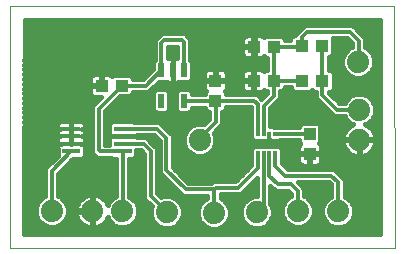
<source format=gtl>
G75*
%MOIN*%
%OFA0B0*%
%FSLAX25Y25*%
%IPPOS*%
%LPD*%
%AMOC8*
5,1,8,0,0,1.08239X$1,22.5*
%
%ADD10C,0.00000*%
%ADD11C,0.07400*%
%ADD12R,0.04331X0.03937*%
%ADD13R,0.03937X0.04331*%
%ADD14R,0.01204X0.01608*%
%ADD15R,0.01204X0.01601*%
%ADD16R,0.05900X0.01700*%
%ADD17R,0.02165X0.04724*%
%ADD18C,0.01600*%
%ADD19C,0.01181*%
D10*
X0048296Y0021406D02*
X0048493Y0102115D01*
X0176446Y0102115D01*
X0176643Y0021406D01*
X0048296Y0021406D01*
D11*
X0062312Y0033769D03*
X0075894Y0033690D03*
X0085894Y0033690D03*
X0100737Y0033375D03*
X0116367Y0033178D03*
X0130658Y0033375D03*
X0144359Y0033769D03*
X0157824Y0033650D03*
X0164792Y0057469D03*
X0164792Y0067469D03*
X0164517Y0083454D03*
X0111603Y0057469D03*
D12*
X0129595Y0077154D03*
X0136288Y0077154D03*
X0145855Y0077076D03*
X0152548Y0077076D03*
X0152312Y0088729D03*
X0145619Y0088729D03*
X0136446Y0088454D03*
X0129753Y0088454D03*
X0085698Y0075501D03*
X0079005Y0075501D03*
D13*
X0116879Y0077076D03*
X0116879Y0070383D03*
X0148335Y0059438D03*
X0148335Y0052745D03*
D14*
X0136879Y0052981D03*
X0132942Y0052981D03*
X0130973Y0052981D03*
X0130973Y0059477D03*
X0132942Y0059477D03*
X0134910Y0059477D03*
X0136879Y0059477D03*
D15*
X0134910Y0052981D03*
D16*
X0086030Y0053591D03*
X0086030Y0056091D03*
X0086030Y0058691D03*
X0086030Y0061191D03*
X0068830Y0061191D03*
X0068830Y0058691D03*
X0068830Y0056091D03*
X0068830Y0053591D03*
D17*
X0098847Y0070461D03*
X0106328Y0070461D03*
X0106328Y0080698D03*
X0102587Y0080698D03*
X0098847Y0080698D03*
D18*
X0096165Y0081113D02*
X0092743Y0077691D01*
X0089463Y0077691D01*
X0089463Y0078132D01*
X0088526Y0079069D01*
X0082870Y0079069D01*
X0082493Y0078692D01*
X0082275Y0078910D01*
X0081865Y0079147D01*
X0081407Y0079269D01*
X0079189Y0079269D01*
X0079189Y0075685D01*
X0078820Y0075685D01*
X0078820Y0075317D01*
X0075039Y0075317D01*
X0075039Y0073295D01*
X0075162Y0072838D01*
X0075399Y0072427D01*
X0075734Y0072092D01*
X0076145Y0071855D01*
X0076602Y0071732D01*
X0078792Y0071732D01*
X0077113Y0070054D01*
X0075830Y0068770D01*
X0075830Y0053176D01*
X0076224Y0052782D01*
X0077507Y0051499D01*
X0082059Y0051499D01*
X0082417Y0051141D01*
X0083839Y0051141D01*
X0083839Y0038575D01*
X0082892Y0038183D01*
X0081401Y0036692D01*
X0081009Y0035746D01*
X0080992Y0035801D01*
X0080598Y0036572D01*
X0080090Y0037273D01*
X0079477Y0037885D01*
X0078777Y0038394D01*
X0078006Y0038787D01*
X0077182Y0039054D01*
X0076327Y0039190D01*
X0076094Y0039190D01*
X0076094Y0033890D01*
X0075694Y0033890D01*
X0075694Y0033490D01*
X0070394Y0033490D01*
X0070394Y0033257D01*
X0070530Y0032402D01*
X0070797Y0031578D01*
X0071190Y0030807D01*
X0071699Y0030107D01*
X0072311Y0029495D01*
X0073012Y0028986D01*
X0073783Y0028593D01*
X0074607Y0028325D01*
X0075462Y0028190D01*
X0075694Y0028190D01*
X0075694Y0033490D01*
X0076094Y0033490D01*
X0076094Y0028190D01*
X0076327Y0028190D01*
X0077182Y0028325D01*
X0078006Y0028593D01*
X0078777Y0028986D01*
X0079477Y0029495D01*
X0080090Y0030107D01*
X0080598Y0030807D01*
X0080992Y0031578D01*
X0081009Y0031634D01*
X0081401Y0030688D01*
X0082892Y0029197D01*
X0084840Y0028390D01*
X0086949Y0028390D01*
X0088897Y0029197D01*
X0090388Y0030688D01*
X0091194Y0032636D01*
X0091194Y0034744D01*
X0090388Y0036692D01*
X0088897Y0038183D01*
X0088220Y0038463D01*
X0088220Y0051141D01*
X0089643Y0051141D01*
X0090580Y0052078D01*
X0090580Y0053900D01*
X0092035Y0053900D01*
X0093153Y0052782D01*
X0093153Y0037861D01*
X0095773Y0035241D01*
X0095437Y0034429D01*
X0095437Y0032321D01*
X0096244Y0030373D01*
X0097735Y0028882D01*
X0099683Y0028075D01*
X0101791Y0028075D01*
X0103739Y0028882D01*
X0105230Y0030373D01*
X0106037Y0032321D01*
X0106037Y0034429D01*
X0105230Y0036377D01*
X0103739Y0037868D01*
X0101791Y0038675D01*
X0099683Y0038675D01*
X0098871Y0038339D01*
X0097534Y0039676D01*
X0097534Y0054597D01*
X0096251Y0055880D01*
X0093850Y0058281D01*
X0090780Y0058281D01*
X0090780Y0058690D01*
X0086030Y0058690D01*
X0086030Y0058691D01*
X0090780Y0058691D01*
X0090780Y0059000D01*
X0096384Y0059000D01*
X0098271Y0057113D01*
X0098271Y0046483D01*
X0104767Y0039987D01*
X0106050Y0038704D01*
X0114216Y0038704D01*
X0114216Y0038024D01*
X0113365Y0037671D01*
X0111874Y0036180D01*
X0111067Y0034232D01*
X0111067Y0032124D01*
X0111874Y0030176D01*
X0113365Y0028685D01*
X0115313Y0027878D01*
X0117421Y0027878D01*
X0119369Y0028685D01*
X0120860Y0030176D01*
X0121667Y0032124D01*
X0121667Y0034232D01*
X0120860Y0036180D01*
X0119369Y0037671D01*
X0118597Y0037991D01*
X0118597Y0039294D01*
X0125385Y0039294D01*
X0126668Y0040578D01*
X0130751Y0044661D01*
X0130751Y0038675D01*
X0129604Y0038675D01*
X0127656Y0037868D01*
X0126165Y0036377D01*
X0125358Y0034429D01*
X0125358Y0032321D01*
X0126165Y0030373D01*
X0127656Y0028882D01*
X0129604Y0028075D01*
X0131713Y0028075D01*
X0133660Y0028882D01*
X0135151Y0030373D01*
X0135958Y0032321D01*
X0135958Y0034429D01*
X0135151Y0036377D01*
X0135132Y0036396D01*
X0135132Y0042102D01*
X0135476Y0041759D01*
X0136759Y0040476D01*
X0141089Y0040476D01*
X0142169Y0039397D01*
X0142169Y0038598D01*
X0141357Y0038262D01*
X0139866Y0036771D01*
X0139059Y0034823D01*
X0139059Y0032714D01*
X0139866Y0030766D01*
X0141357Y0029275D01*
X0143305Y0028469D01*
X0145413Y0028469D01*
X0147361Y0029275D01*
X0148852Y0030766D01*
X0149659Y0032714D01*
X0149659Y0034823D01*
X0148852Y0036771D01*
X0147361Y0038262D01*
X0146550Y0038598D01*
X0146550Y0041211D01*
X0145266Y0042494D01*
X0144529Y0043231D01*
X0154672Y0043231D01*
X0155554Y0042349D01*
X0155554Y0038447D01*
X0154821Y0038144D01*
X0153330Y0036653D01*
X0152524Y0034705D01*
X0152524Y0032596D01*
X0153330Y0030648D01*
X0154821Y0029157D01*
X0156769Y0028350D01*
X0158878Y0028350D01*
X0160826Y0029157D01*
X0162317Y0030648D01*
X0163124Y0032596D01*
X0163124Y0034705D01*
X0162317Y0036653D01*
X0160826Y0038144D01*
X0159935Y0038512D01*
X0159935Y0044164D01*
X0158652Y0045447D01*
X0156487Y0047613D01*
X0141133Y0047613D01*
X0139069Y0049676D01*
X0139069Y0051503D01*
X0139081Y0051514D01*
X0139081Y0054448D01*
X0138144Y0055385D01*
X0135614Y0055385D01*
X0135610Y0055381D01*
X0134210Y0055381D01*
X0134207Y0055385D01*
X0129708Y0055385D01*
X0128771Y0054448D01*
X0128771Y0051514D01*
X0128783Y0051503D01*
X0128783Y0048888D01*
X0123570Y0043676D01*
X0116089Y0043676D01*
X0115499Y0043085D01*
X0107865Y0043085D01*
X0102652Y0048298D01*
X0102652Y0058928D01*
X0101369Y0060211D01*
X0101369Y0060211D01*
X0098199Y0063381D01*
X0089902Y0063381D01*
X0089643Y0063641D01*
X0082417Y0063641D01*
X0081480Y0062703D01*
X0081480Y0060369D01*
X0081403Y0060235D01*
X0081280Y0059778D01*
X0081280Y0058691D01*
X0086030Y0058691D01*
X0086030Y0058690D01*
X0081280Y0058690D01*
X0081280Y0057604D01*
X0081403Y0057146D01*
X0081480Y0057012D01*
X0081480Y0055880D01*
X0080211Y0055880D01*
X0080211Y0066956D01*
X0085188Y0071932D01*
X0088526Y0071932D01*
X0089463Y0072870D01*
X0089463Y0073310D01*
X0094557Y0073310D01*
X0097983Y0076736D01*
X0100593Y0076736D01*
X0100623Y0076766D01*
X0100810Y0076658D01*
X0101268Y0076536D01*
X0102587Y0076536D01*
X0102587Y0080698D01*
X0102587Y0080698D01*
X0102587Y0084860D01*
X0101268Y0084860D01*
X0101038Y0084799D01*
X0101038Y0088507D01*
X0104176Y0088507D01*
X0104176Y0084788D01*
X0103907Y0084860D01*
X0102587Y0084860D01*
X0102587Y0080698D01*
X0102587Y0080698D01*
X0102587Y0076536D01*
X0103907Y0076536D01*
X0104365Y0076658D01*
X0104552Y0076766D01*
X0104582Y0076736D01*
X0108073Y0076736D01*
X0109010Y0077673D01*
X0109010Y0083723D01*
X0108557Y0084176D01*
X0108557Y0091014D01*
X0107274Y0092298D01*
X0106684Y0092888D01*
X0098964Y0092888D01*
X0097680Y0091605D01*
X0096657Y0090581D01*
X0096657Y0084215D01*
X0096165Y0083723D01*
X0096165Y0081113D01*
X0095996Y0080945D02*
X0053241Y0080945D01*
X0053245Y0082543D02*
X0096165Y0082543D01*
X0096584Y0084142D02*
X0053249Y0084142D01*
X0053253Y0085740D02*
X0096657Y0085740D01*
X0096657Y0087339D02*
X0053257Y0087339D01*
X0053261Y0088937D02*
X0096657Y0088937D01*
X0096657Y0090536D02*
X0053265Y0090536D01*
X0053269Y0092134D02*
X0098210Y0092134D01*
X0101038Y0087339D02*
X0104176Y0087339D01*
X0104176Y0085740D02*
X0101038Y0085740D01*
X0102587Y0084142D02*
X0102587Y0084142D01*
X0102587Y0082543D02*
X0102587Y0082543D01*
X0102587Y0080945D02*
X0102587Y0080945D01*
X0102587Y0079346D02*
X0102587Y0079346D01*
X0102587Y0077748D02*
X0102587Y0077748D01*
X0100593Y0074423D02*
X0097102Y0074423D01*
X0096165Y0073486D01*
X0096165Y0067436D01*
X0097102Y0066499D01*
X0100593Y0066499D01*
X0101530Y0067436D01*
X0101530Y0073486D01*
X0100593Y0074423D01*
X0101530Y0072952D02*
X0103645Y0072952D01*
X0103645Y0073486D02*
X0104582Y0074423D01*
X0108073Y0074423D01*
X0109010Y0073486D01*
X0109010Y0072573D01*
X0113310Y0072573D01*
X0113310Y0073211D01*
X0113687Y0073588D01*
X0113470Y0073805D01*
X0113233Y0074215D01*
X0113110Y0074673D01*
X0113110Y0076891D01*
X0116694Y0076891D01*
X0116694Y0077260D01*
X0113110Y0077260D01*
X0113110Y0079478D01*
X0113233Y0079936D01*
X0113470Y0080346D01*
X0113805Y0080681D01*
X0114215Y0080918D01*
X0114673Y0081041D01*
X0116694Y0081041D01*
X0116694Y0077260D01*
X0117063Y0077260D01*
X0117063Y0081041D01*
X0119084Y0081041D01*
X0119542Y0080918D01*
X0119952Y0080681D01*
X0120288Y0080346D01*
X0120525Y0079936D01*
X0120647Y0079478D01*
X0120647Y0077260D01*
X0117063Y0077260D01*
X0117063Y0076891D01*
X0120647Y0076891D01*
X0120647Y0074673D01*
X0120525Y0074215D01*
X0120288Y0073805D01*
X0120070Y0073588D01*
X0120447Y0073211D01*
X0120447Y0072613D01*
X0130699Y0072613D01*
X0131983Y0071329D01*
X0132154Y0071158D01*
X0134098Y0073101D01*
X0134098Y0073586D01*
X0133460Y0073586D01*
X0133083Y0073963D01*
X0132866Y0073745D01*
X0132455Y0073508D01*
X0131998Y0073386D01*
X0129780Y0073386D01*
X0129780Y0076970D01*
X0129411Y0076970D01*
X0129411Y0073386D01*
X0127193Y0073386D01*
X0126735Y0073508D01*
X0126325Y0073745D01*
X0125990Y0074081D01*
X0125753Y0074491D01*
X0125630Y0074949D01*
X0125630Y0076970D01*
X0129411Y0076970D01*
X0129411Y0077339D01*
X0129411Y0080923D01*
X0127193Y0080923D01*
X0126735Y0080800D01*
X0126325Y0080563D01*
X0125990Y0080228D01*
X0125753Y0079818D01*
X0125630Y0079360D01*
X0125630Y0077339D01*
X0129411Y0077339D01*
X0129780Y0077339D01*
X0129780Y0080923D01*
X0131998Y0080923D01*
X0132455Y0080800D01*
X0132866Y0080563D01*
X0133083Y0080346D01*
X0133460Y0080723D01*
X0134098Y0080723D01*
X0134098Y0084885D01*
X0133618Y0084885D01*
X0133241Y0085262D01*
X0133023Y0085045D01*
X0132613Y0084808D01*
X0132155Y0084685D01*
X0129937Y0084685D01*
X0129937Y0088269D01*
X0129568Y0088269D01*
X0125787Y0088269D01*
X0125787Y0086248D01*
X0125910Y0085790D01*
X0126147Y0085380D01*
X0126482Y0085045D01*
X0126893Y0084808D01*
X0127350Y0084685D01*
X0129568Y0084685D01*
X0129568Y0088269D01*
X0129568Y0088638D01*
X0125787Y0088638D01*
X0125787Y0090659D01*
X0125910Y0091117D01*
X0126147Y0091527D01*
X0126482Y0091862D01*
X0126893Y0092099D01*
X0127350Y0092222D01*
X0129568Y0092222D01*
X0129568Y0088638D01*
X0129937Y0088638D01*
X0129937Y0092222D01*
X0132155Y0092222D01*
X0132613Y0092099D01*
X0133023Y0091862D01*
X0133241Y0091645D01*
X0133618Y0092022D01*
X0139274Y0092022D01*
X0140211Y0091085D01*
X0140211Y0090644D01*
X0141854Y0090644D01*
X0141854Y0091360D01*
X0142791Y0092298D01*
X0143428Y0092298D01*
X0143428Y0092471D01*
X0145318Y0094361D01*
X0146601Y0095644D01*
X0162589Y0095644D01*
X0165542Y0092691D01*
X0166825Y0091408D01*
X0166825Y0088234D01*
X0167519Y0087947D01*
X0169010Y0086456D01*
X0169817Y0084508D01*
X0169817Y0082399D01*
X0169010Y0080451D01*
X0167519Y0078960D01*
X0165571Y0078154D01*
X0163462Y0078154D01*
X0161514Y0078960D01*
X0160023Y0080451D01*
X0159217Y0082399D01*
X0159217Y0084508D01*
X0160023Y0086456D01*
X0161514Y0087947D01*
X0162444Y0088332D01*
X0162444Y0089593D01*
X0160775Y0091263D01*
X0156077Y0091263D01*
X0156077Y0086098D01*
X0155140Y0085161D01*
X0154739Y0085161D01*
X0154739Y0080644D01*
X0155376Y0080644D01*
X0156313Y0079707D01*
X0156313Y0074444D01*
X0155376Y0073507D01*
X0154739Y0073507D01*
X0154739Y0073180D01*
X0158259Y0069660D01*
X0159963Y0069660D01*
X0160299Y0070471D01*
X0161790Y0071962D01*
X0163738Y0072769D01*
X0165846Y0072769D01*
X0167794Y0071962D01*
X0169285Y0070471D01*
X0170092Y0068524D01*
X0170092Y0066415D01*
X0169285Y0064467D01*
X0167794Y0062976D01*
X0166848Y0062584D01*
X0166903Y0062566D01*
X0167675Y0062173D01*
X0168375Y0061664D01*
X0168987Y0061052D01*
X0169496Y0060352D01*
X0169889Y0059581D01*
X0170157Y0058757D01*
X0170292Y0057902D01*
X0170292Y0057669D01*
X0164992Y0057669D01*
X0164992Y0057269D01*
X0164992Y0051969D01*
X0165225Y0051969D01*
X0166080Y0052105D01*
X0166903Y0052372D01*
X0167675Y0052765D01*
X0168375Y0053274D01*
X0168987Y0053886D01*
X0169496Y0054587D01*
X0169889Y0055358D01*
X0170157Y0056181D01*
X0170292Y0057036D01*
X0170292Y0057269D01*
X0164992Y0057269D01*
X0164592Y0057269D01*
X0164592Y0051969D01*
X0164359Y0051969D01*
X0163504Y0052105D01*
X0162681Y0052372D01*
X0161909Y0052765D01*
X0161209Y0053274D01*
X0160597Y0053886D01*
X0160088Y0054587D01*
X0159695Y0055358D01*
X0159428Y0056181D01*
X0159292Y0057036D01*
X0159292Y0057269D01*
X0164592Y0057269D01*
X0164592Y0057669D01*
X0159292Y0057669D01*
X0159292Y0057902D01*
X0159428Y0058757D01*
X0159695Y0059581D01*
X0160088Y0060352D01*
X0160597Y0061052D01*
X0161209Y0061664D01*
X0161909Y0062173D01*
X0162681Y0062566D01*
X0162736Y0062584D01*
X0161790Y0062976D01*
X0160299Y0064467D01*
X0159963Y0065279D01*
X0156444Y0065279D01*
X0155161Y0066562D01*
X0150357Y0071365D01*
X0150357Y0073507D01*
X0149720Y0073507D01*
X0149202Y0074025D01*
X0148683Y0073507D01*
X0143027Y0073507D01*
X0142090Y0074444D01*
X0142090Y0074964D01*
X0140054Y0074964D01*
X0140054Y0074523D01*
X0139116Y0073586D01*
X0138479Y0073586D01*
X0138479Y0071286D01*
X0137196Y0070003D01*
X0135132Y0067940D01*
X0135132Y0062081D01*
X0135749Y0062081D01*
X0136207Y0061958D01*
X0136341Y0061881D01*
X0138144Y0061881D01*
X0138357Y0061668D01*
X0144767Y0061668D01*
X0144767Y0062266D01*
X0145704Y0063203D01*
X0150967Y0063203D01*
X0151904Y0062266D01*
X0151904Y0056610D01*
X0151527Y0056233D01*
X0151744Y0056015D01*
X0151981Y0055605D01*
X0152104Y0055147D01*
X0152104Y0052929D01*
X0148520Y0052929D01*
X0148520Y0052561D01*
X0152104Y0052561D01*
X0152104Y0050343D01*
X0151981Y0049885D01*
X0151744Y0049474D01*
X0151409Y0049139D01*
X0150999Y0048902D01*
X0150541Y0048780D01*
X0148520Y0048780D01*
X0148520Y0052561D01*
X0148151Y0052561D01*
X0144567Y0052561D01*
X0144567Y0050343D01*
X0144690Y0049885D01*
X0144927Y0049474D01*
X0145262Y0049139D01*
X0145672Y0048902D01*
X0146130Y0048780D01*
X0148151Y0048780D01*
X0148151Y0052561D01*
X0148151Y0052929D01*
X0144567Y0052929D01*
X0144567Y0055147D01*
X0144690Y0055605D01*
X0144927Y0056015D01*
X0145144Y0056233D01*
X0144767Y0056610D01*
X0144767Y0057287D01*
X0138357Y0057287D01*
X0138144Y0057073D01*
X0136341Y0057073D01*
X0136207Y0056996D01*
X0135749Y0056873D01*
X0134910Y0056873D01*
X0134910Y0057777D01*
X0134910Y0057777D01*
X0134910Y0057777D01*
X0134910Y0056873D01*
X0134071Y0056873D01*
X0133613Y0056996D01*
X0133479Y0057073D01*
X0129708Y0057073D01*
X0128771Y0058010D01*
X0128771Y0060944D01*
X0128783Y0060955D01*
X0128783Y0068231D01*
X0120447Y0068231D01*
X0120447Y0067555D01*
X0119510Y0066617D01*
X0119187Y0066617D01*
X0119187Y0062625D01*
X0117904Y0061342D01*
X0116371Y0059808D01*
X0116903Y0058524D01*
X0116903Y0056415D01*
X0116096Y0054467D01*
X0114605Y0052976D01*
X0112657Y0052169D01*
X0110549Y0052169D01*
X0108601Y0052976D01*
X0107110Y0054467D01*
X0106303Y0056415D01*
X0106303Y0058524D01*
X0107110Y0060471D01*
X0108601Y0061962D01*
X0110549Y0062769D01*
X0112657Y0062769D01*
X0112996Y0062629D01*
X0114806Y0064440D01*
X0114806Y0066617D01*
X0114247Y0066617D01*
X0113310Y0067555D01*
X0113310Y0068192D01*
X0109010Y0068192D01*
X0109010Y0067436D01*
X0108073Y0066499D01*
X0104582Y0066499D01*
X0103645Y0067436D01*
X0103645Y0073486D01*
X0103645Y0071354D02*
X0101530Y0071354D01*
X0101530Y0069755D02*
X0103645Y0069755D01*
X0103645Y0068157D02*
X0101530Y0068157D01*
X0100652Y0066558D02*
X0104523Y0066558D01*
X0108132Y0066558D02*
X0114806Y0066558D01*
X0114806Y0064960D02*
X0080211Y0064960D01*
X0080211Y0066558D02*
X0097042Y0066558D01*
X0096165Y0068157D02*
X0081412Y0068157D01*
X0083011Y0069755D02*
X0096165Y0069755D01*
X0096165Y0071354D02*
X0084609Y0071354D01*
X0089463Y0072952D02*
X0096165Y0072952D01*
X0095798Y0074551D02*
X0113143Y0074551D01*
X0113110Y0076149D02*
X0097396Y0076149D01*
X0094398Y0079346D02*
X0053237Y0079346D01*
X0053233Y0077748D02*
X0075051Y0077748D01*
X0075039Y0077706D02*
X0075039Y0075685D01*
X0078820Y0075685D01*
X0078820Y0079269D01*
X0076602Y0079269D01*
X0076145Y0079147D01*
X0075734Y0078910D01*
X0075399Y0078575D01*
X0075162Y0078164D01*
X0075039Y0077706D01*
X0075039Y0076149D02*
X0053230Y0076149D01*
X0053226Y0074551D02*
X0075039Y0074551D01*
X0075131Y0072952D02*
X0053222Y0072952D01*
X0053218Y0071354D02*
X0078413Y0071354D01*
X0076815Y0069755D02*
X0053214Y0069755D01*
X0053210Y0068157D02*
X0075830Y0068157D01*
X0075830Y0066558D02*
X0053206Y0066558D01*
X0053202Y0064960D02*
X0075830Y0064960D01*
X0075830Y0063361D02*
X0073005Y0063361D01*
X0072885Y0063481D02*
X0072475Y0063718D01*
X0072017Y0063841D01*
X0068830Y0063841D01*
X0068830Y0061191D01*
X0068830Y0061191D01*
X0068830Y0063841D01*
X0065643Y0063841D01*
X0065185Y0063718D01*
X0064775Y0063481D01*
X0064440Y0063146D01*
X0064203Y0062735D01*
X0064080Y0062278D01*
X0064080Y0061191D01*
X0065138Y0061191D01*
X0065138Y0061190D01*
X0064080Y0061190D01*
X0064080Y0060104D01*
X0064124Y0059941D01*
X0064080Y0059778D01*
X0064080Y0058691D01*
X0065138Y0058691D01*
X0065138Y0058690D01*
X0064080Y0058690D01*
X0064080Y0057604D01*
X0064137Y0057391D01*
X0064080Y0057178D01*
X0064080Y0056091D01*
X0065456Y0056091D01*
X0065457Y0056090D01*
X0064080Y0056090D01*
X0064080Y0055004D01*
X0064203Y0054546D01*
X0064280Y0054412D01*
X0064280Y0052138D01*
X0060121Y0047980D01*
X0060121Y0038598D01*
X0059310Y0038262D01*
X0057819Y0036771D01*
X0057012Y0034823D01*
X0057012Y0032714D01*
X0057819Y0030766D01*
X0059310Y0029275D01*
X0061258Y0028469D01*
X0063366Y0028469D01*
X0065314Y0029275D01*
X0066805Y0030766D01*
X0067612Y0032714D01*
X0067612Y0034823D01*
X0066805Y0036771D01*
X0065314Y0038262D01*
X0064502Y0038598D01*
X0064502Y0046165D01*
X0069478Y0051141D01*
X0072443Y0051141D01*
X0073380Y0052078D01*
X0073380Y0054412D01*
X0073457Y0054546D01*
X0073580Y0055004D01*
X0073580Y0056090D01*
X0072203Y0056090D01*
X0072204Y0056091D01*
X0073580Y0056091D01*
X0073580Y0057178D01*
X0073523Y0057391D01*
X0073580Y0057604D01*
X0073580Y0058690D01*
X0072522Y0058690D01*
X0072522Y0058691D01*
X0073580Y0058691D01*
X0073580Y0059778D01*
X0073536Y0059941D01*
X0073580Y0060104D01*
X0073580Y0061190D01*
X0072522Y0061190D01*
X0072522Y0061191D01*
X0073580Y0061191D01*
X0073580Y0062278D01*
X0073457Y0062735D01*
X0073220Y0063146D01*
X0072885Y0063481D01*
X0073580Y0061763D02*
X0075830Y0061763D01*
X0075830Y0060164D02*
X0073580Y0060164D01*
X0073580Y0058566D02*
X0075830Y0058566D01*
X0075830Y0056967D02*
X0073580Y0056967D01*
X0073580Y0055369D02*
X0075830Y0055369D01*
X0075830Y0053770D02*
X0073380Y0053770D01*
X0073380Y0052172D02*
X0076834Y0052172D01*
X0080211Y0056967D02*
X0081480Y0056967D01*
X0081280Y0058566D02*
X0080211Y0058566D01*
X0080211Y0060164D02*
X0081384Y0060164D01*
X0081480Y0061763D02*
X0080211Y0061763D01*
X0080211Y0063361D02*
X0082138Y0063361D01*
X0090780Y0058566D02*
X0096818Y0058566D01*
X0098271Y0056967D02*
X0095164Y0056967D01*
X0096762Y0055369D02*
X0098271Y0055369D01*
X0098271Y0053770D02*
X0097534Y0053770D01*
X0097534Y0052172D02*
X0098271Y0052172D01*
X0098271Y0050573D02*
X0097534Y0050573D01*
X0097534Y0048975D02*
X0098271Y0048975D01*
X0098271Y0047376D02*
X0097534Y0047376D01*
X0097534Y0045778D02*
X0098976Y0045778D01*
X0097534Y0044179D02*
X0100575Y0044179D01*
X0102173Y0042581D02*
X0097534Y0042581D01*
X0097534Y0040982D02*
X0103772Y0040982D01*
X0105370Y0039384D02*
X0097826Y0039384D01*
X0094827Y0036187D02*
X0090597Y0036187D01*
X0091194Y0034588D02*
X0095503Y0034588D01*
X0095437Y0032990D02*
X0091194Y0032990D01*
X0090679Y0031391D02*
X0095822Y0031391D01*
X0096824Y0029793D02*
X0089493Y0029793D01*
X0082296Y0029793D02*
X0079775Y0029793D01*
X0080896Y0031391D02*
X0081110Y0031391D01*
X0076094Y0031391D02*
X0075694Y0031391D01*
X0075694Y0029793D02*
X0076094Y0029793D01*
X0076094Y0028194D02*
X0075694Y0028194D01*
X0075435Y0028194D02*
X0053113Y0028194D01*
X0053109Y0026596D02*
X0171830Y0026596D01*
X0171831Y0026206D02*
X0053108Y0026206D01*
X0053281Y0097315D01*
X0171657Y0097315D01*
X0171831Y0026206D01*
X0171826Y0028194D02*
X0132000Y0028194D01*
X0129316Y0028194D02*
X0118184Y0028194D01*
X0120477Y0029793D02*
X0126745Y0029793D01*
X0125743Y0031391D02*
X0121363Y0031391D01*
X0121667Y0032990D02*
X0125358Y0032990D01*
X0125424Y0034588D02*
X0121520Y0034588D01*
X0120854Y0036187D02*
X0126086Y0036187D01*
X0127573Y0037785D02*
X0119094Y0037785D01*
X0113640Y0037785D02*
X0103822Y0037785D01*
X0105309Y0036187D02*
X0111880Y0036187D01*
X0111214Y0034588D02*
X0105971Y0034588D01*
X0106037Y0032990D02*
X0111067Y0032990D01*
X0111370Y0031391D02*
X0105652Y0031391D01*
X0104650Y0029793D02*
X0112257Y0029793D01*
X0114550Y0028194D02*
X0102079Y0028194D01*
X0099395Y0028194D02*
X0076354Y0028194D01*
X0072014Y0029793D02*
X0065831Y0029793D01*
X0067064Y0031391D02*
X0070893Y0031391D01*
X0070437Y0032990D02*
X0067612Y0032990D01*
X0067612Y0034588D02*
X0070468Y0034588D01*
X0070530Y0034978D02*
X0070394Y0034123D01*
X0070394Y0033890D01*
X0075694Y0033890D01*
X0075694Y0039190D01*
X0075462Y0039190D01*
X0074607Y0039054D01*
X0073783Y0038787D01*
X0073012Y0038394D01*
X0072311Y0037885D01*
X0071699Y0037273D01*
X0071190Y0036572D01*
X0070797Y0035801D01*
X0070530Y0034978D01*
X0070994Y0036187D02*
X0067047Y0036187D01*
X0065791Y0037785D02*
X0072212Y0037785D01*
X0075694Y0037785D02*
X0076094Y0037785D01*
X0076094Y0036187D02*
X0075694Y0036187D01*
X0075694Y0034588D02*
X0076094Y0034588D01*
X0076094Y0032990D02*
X0075694Y0032990D01*
X0080795Y0036187D02*
X0081192Y0036187D01*
X0082495Y0037785D02*
X0079577Y0037785D01*
X0083839Y0039384D02*
X0064502Y0039384D01*
X0064502Y0040982D02*
X0083839Y0040982D01*
X0083839Y0042581D02*
X0064502Y0042581D01*
X0064502Y0044179D02*
X0083839Y0044179D01*
X0083839Y0045778D02*
X0064502Y0045778D01*
X0065713Y0047376D02*
X0083839Y0047376D01*
X0083839Y0048975D02*
X0067312Y0048975D01*
X0068910Y0050573D02*
X0083839Y0050573D01*
X0088220Y0050573D02*
X0093153Y0050573D01*
X0093153Y0048975D02*
X0088220Y0048975D01*
X0088220Y0047376D02*
X0093153Y0047376D01*
X0093153Y0045778D02*
X0088220Y0045778D01*
X0088220Y0044179D02*
X0093153Y0044179D01*
X0093153Y0042581D02*
X0088220Y0042581D01*
X0088220Y0040982D02*
X0093153Y0040982D01*
X0093153Y0039384D02*
X0088220Y0039384D01*
X0089294Y0037785D02*
X0093229Y0037785D01*
X0103574Y0047376D02*
X0127270Y0047376D01*
X0128783Y0048975D02*
X0102652Y0048975D01*
X0102652Y0050573D02*
X0128783Y0050573D01*
X0128771Y0052172D02*
X0112663Y0052172D01*
X0110543Y0052172D02*
X0102652Y0052172D01*
X0102652Y0053770D02*
X0107807Y0053770D01*
X0106737Y0055369D02*
X0102652Y0055369D01*
X0102652Y0056967D02*
X0106303Y0056967D01*
X0106321Y0058566D02*
X0102652Y0058566D01*
X0101416Y0060164D02*
X0106983Y0060164D01*
X0108401Y0061763D02*
X0099817Y0061763D01*
X0098218Y0063361D02*
X0113728Y0063361D01*
X0116727Y0060164D02*
X0128771Y0060164D01*
X0128771Y0058566D02*
X0116886Y0058566D01*
X0116903Y0056967D02*
X0133720Y0056967D01*
X0134910Y0056967D02*
X0134910Y0056967D01*
X0136100Y0056967D02*
X0144767Y0056967D01*
X0144626Y0055369D02*
X0138160Y0055369D01*
X0139081Y0053770D02*
X0144567Y0053770D01*
X0144567Y0052172D02*
X0139081Y0052172D01*
X0139069Y0050573D02*
X0144567Y0050573D01*
X0145547Y0048975D02*
X0139770Y0048975D01*
X0145180Y0042581D02*
X0155323Y0042581D01*
X0155554Y0040982D02*
X0146550Y0040982D01*
X0146550Y0039384D02*
X0155554Y0039384D01*
X0154463Y0037785D02*
X0147838Y0037785D01*
X0149094Y0036187D02*
X0153137Y0036187D01*
X0152524Y0034588D02*
X0149659Y0034588D01*
X0149659Y0032990D02*
X0152524Y0032990D01*
X0153023Y0031391D02*
X0149111Y0031391D01*
X0147878Y0029793D02*
X0154186Y0029793D01*
X0161461Y0029793D02*
X0171822Y0029793D01*
X0171818Y0031391D02*
X0162624Y0031391D01*
X0163124Y0032990D02*
X0171814Y0032990D01*
X0171810Y0034588D02*
X0163124Y0034588D01*
X0162510Y0036187D02*
X0171806Y0036187D01*
X0171803Y0037785D02*
X0161184Y0037785D01*
X0159935Y0039384D02*
X0171799Y0039384D01*
X0171795Y0040982D02*
X0159935Y0040982D01*
X0159935Y0042581D02*
X0171791Y0042581D01*
X0171787Y0044179D02*
X0159920Y0044179D01*
X0158322Y0045778D02*
X0171783Y0045778D01*
X0171779Y0047376D02*
X0156723Y0047376D01*
X0152104Y0050573D02*
X0171771Y0050573D01*
X0171775Y0048975D02*
X0151124Y0048975D01*
X0148520Y0048975D02*
X0148151Y0048975D01*
X0148151Y0050573D02*
X0148520Y0050573D01*
X0148520Y0052172D02*
X0148151Y0052172D01*
X0152104Y0052172D02*
X0163298Y0052172D01*
X0164592Y0052172D02*
X0164992Y0052172D01*
X0166286Y0052172D02*
X0171767Y0052172D01*
X0171764Y0053770D02*
X0168871Y0053770D01*
X0169893Y0055369D02*
X0171760Y0055369D01*
X0171756Y0056967D02*
X0170281Y0056967D01*
X0170187Y0058566D02*
X0171752Y0058566D01*
X0171748Y0060164D02*
X0169592Y0060164D01*
X0168240Y0061763D02*
X0171744Y0061763D01*
X0171740Y0063361D02*
X0168179Y0063361D01*
X0169489Y0064960D02*
X0171736Y0064960D01*
X0171732Y0066558D02*
X0170092Y0066558D01*
X0170092Y0068157D02*
X0171728Y0068157D01*
X0171725Y0069755D02*
X0169582Y0069755D01*
X0168403Y0071354D02*
X0171721Y0071354D01*
X0171717Y0072952D02*
X0154966Y0072952D01*
X0156313Y0074551D02*
X0171713Y0074551D01*
X0171709Y0076149D02*
X0156313Y0076149D01*
X0156313Y0077748D02*
X0171705Y0077748D01*
X0171701Y0079346D02*
X0167905Y0079346D01*
X0169214Y0080945D02*
X0171697Y0080945D01*
X0171693Y0082543D02*
X0169817Y0082543D01*
X0169817Y0084142D02*
X0171689Y0084142D01*
X0171686Y0085740D02*
X0169306Y0085740D01*
X0168126Y0087339D02*
X0171682Y0087339D01*
X0171678Y0088937D02*
X0166825Y0088937D01*
X0166825Y0090536D02*
X0171674Y0090536D01*
X0171670Y0092134D02*
X0166099Y0092134D01*
X0164500Y0093733D02*
X0171666Y0093733D01*
X0171662Y0095332D02*
X0162902Y0095332D01*
X0161502Y0090536D02*
X0156077Y0090536D01*
X0156077Y0088937D02*
X0162444Y0088937D01*
X0160907Y0087339D02*
X0156077Y0087339D01*
X0155720Y0085740D02*
X0159727Y0085740D01*
X0159217Y0084142D02*
X0154739Y0084142D01*
X0154739Y0082543D02*
X0159217Y0082543D01*
X0159819Y0080945D02*
X0154739Y0080945D01*
X0156313Y0079346D02*
X0161128Y0079346D01*
X0161181Y0071354D02*
X0156565Y0071354D01*
X0158163Y0069755D02*
X0160002Y0069755D01*
X0160095Y0064960D02*
X0135132Y0064960D01*
X0135132Y0066558D02*
X0155164Y0066558D01*
X0153566Y0068157D02*
X0135349Y0068157D01*
X0136948Y0069755D02*
X0151967Y0069755D01*
X0150369Y0071354D02*
X0138479Y0071354D01*
X0138479Y0072952D02*
X0150357Y0072952D01*
X0142090Y0074551D02*
X0140054Y0074551D01*
X0133949Y0072952D02*
X0120447Y0072952D01*
X0120614Y0074551D02*
X0125737Y0074551D01*
X0125630Y0076149D02*
X0120647Y0076149D01*
X0120647Y0077748D02*
X0125630Y0077748D01*
X0125630Y0079346D02*
X0120647Y0079346D01*
X0119443Y0080945D02*
X0134098Y0080945D01*
X0134098Y0082543D02*
X0109010Y0082543D01*
X0109010Y0080945D02*
X0114315Y0080945D01*
X0113110Y0079346D02*
X0109010Y0079346D01*
X0109010Y0077748D02*
X0113110Y0077748D01*
X0116694Y0077748D02*
X0117063Y0077748D01*
X0117063Y0079346D02*
X0116694Y0079346D01*
X0116694Y0080945D02*
X0117063Y0080945D01*
X0108591Y0084142D02*
X0134098Y0084142D01*
X0129937Y0085740D02*
X0129568Y0085740D01*
X0129568Y0087339D02*
X0129937Y0087339D01*
X0129937Y0088937D02*
X0129568Y0088937D01*
X0129568Y0090536D02*
X0129937Y0090536D01*
X0129937Y0092134D02*
X0129568Y0092134D01*
X0127024Y0092134D02*
X0107437Y0092134D01*
X0108557Y0090536D02*
X0125787Y0090536D01*
X0125787Y0088937D02*
X0108557Y0088937D01*
X0108557Y0087339D02*
X0125787Y0087339D01*
X0125939Y0085740D02*
X0108557Y0085740D01*
X0109010Y0072952D02*
X0113310Y0072952D01*
X0113310Y0068157D02*
X0109010Y0068157D01*
X0119187Y0066558D02*
X0128783Y0066558D01*
X0128783Y0064960D02*
X0119187Y0064960D01*
X0119187Y0063361D02*
X0128783Y0063361D01*
X0128783Y0061763D02*
X0118325Y0061763D01*
X0116470Y0055369D02*
X0129692Y0055369D01*
X0128771Y0053770D02*
X0115399Y0053770D01*
X0106771Y0044179D02*
X0124073Y0044179D01*
X0125672Y0045778D02*
X0105172Y0045778D01*
X0093153Y0052172D02*
X0090580Y0052172D01*
X0090580Y0053770D02*
X0092165Y0053770D01*
X0068830Y0056091D02*
X0068830Y0056091D01*
X0068830Y0058690D01*
X0068830Y0058690D01*
X0068830Y0058541D01*
X0068830Y0056091D01*
X0068830Y0056967D02*
X0068830Y0056967D01*
X0068830Y0058566D02*
X0068830Y0058566D01*
X0068830Y0058691D02*
X0068830Y0061190D01*
X0068830Y0058691D01*
X0068830Y0058691D01*
X0068830Y0060164D02*
X0068830Y0060164D01*
X0068830Y0061190D02*
X0068830Y0061190D01*
X0068830Y0061763D02*
X0068830Y0061763D01*
X0068830Y0063361D02*
X0068830Y0063361D01*
X0064655Y0063361D02*
X0053198Y0063361D01*
X0053194Y0061763D02*
X0064080Y0061763D01*
X0064080Y0060164D02*
X0053191Y0060164D01*
X0053187Y0058566D02*
X0064080Y0058566D01*
X0064080Y0056967D02*
X0053183Y0056967D01*
X0053179Y0055369D02*
X0064080Y0055369D01*
X0064280Y0053770D02*
X0053175Y0053770D01*
X0053171Y0052172D02*
X0064280Y0052172D01*
X0062715Y0050573D02*
X0053167Y0050573D01*
X0053163Y0048975D02*
X0061116Y0048975D01*
X0060121Y0047376D02*
X0053159Y0047376D01*
X0053155Y0045778D02*
X0060121Y0045778D01*
X0060121Y0044179D02*
X0053152Y0044179D01*
X0053148Y0042581D02*
X0060121Y0042581D01*
X0060121Y0040982D02*
X0053144Y0040982D01*
X0053140Y0039384D02*
X0060121Y0039384D01*
X0058833Y0037785D02*
X0053136Y0037785D01*
X0053132Y0036187D02*
X0057577Y0036187D01*
X0057012Y0034588D02*
X0053128Y0034588D01*
X0053124Y0032990D02*
X0057012Y0032990D01*
X0057560Y0031391D02*
X0053120Y0031391D01*
X0053117Y0029793D02*
X0058792Y0029793D01*
X0078820Y0076149D02*
X0079189Y0076149D01*
X0079189Y0077748D02*
X0078820Y0077748D01*
X0089463Y0077748D02*
X0092799Y0077748D01*
X0120447Y0068157D02*
X0128783Y0068157D01*
X0131958Y0071354D02*
X0132350Y0071354D01*
X0129780Y0074551D02*
X0129411Y0074551D01*
X0129411Y0076149D02*
X0129780Y0076149D01*
X0129780Y0077748D02*
X0129411Y0077748D01*
X0129411Y0079346D02*
X0129780Y0079346D01*
X0132482Y0092134D02*
X0142628Y0092134D01*
X0144690Y0093733D02*
X0053272Y0093733D01*
X0053276Y0095332D02*
X0146289Y0095332D01*
X0171658Y0096930D02*
X0053280Y0096930D01*
X0125474Y0039384D02*
X0130751Y0039384D01*
X0130751Y0040982D02*
X0127072Y0040982D01*
X0128671Y0042581D02*
X0130751Y0042581D01*
X0130751Y0044179D02*
X0130269Y0044179D01*
X0135132Y0040982D02*
X0136252Y0040982D01*
X0135132Y0039384D02*
X0142169Y0039384D01*
X0140880Y0037785D02*
X0135132Y0037785D01*
X0135230Y0036187D02*
X0139624Y0036187D01*
X0139059Y0034588D02*
X0135892Y0034588D01*
X0135958Y0032990D02*
X0139059Y0032990D01*
X0139607Y0031391D02*
X0135573Y0031391D01*
X0134571Y0029793D02*
X0140840Y0029793D01*
X0152104Y0053770D02*
X0160713Y0053770D01*
X0159692Y0055369D02*
X0152045Y0055369D01*
X0151904Y0056967D02*
X0159303Y0056967D01*
X0159397Y0058566D02*
X0151904Y0058566D01*
X0151904Y0060164D02*
X0159992Y0060164D01*
X0161344Y0061763D02*
X0151904Y0061763D01*
X0144767Y0061763D02*
X0138262Y0061763D01*
X0135132Y0063361D02*
X0161405Y0063361D01*
X0164592Y0056967D02*
X0164992Y0056967D01*
X0164992Y0055369D02*
X0164592Y0055369D01*
X0164592Y0053770D02*
X0164992Y0053770D01*
D19*
X0155580Y0045422D02*
X0157745Y0043257D01*
X0157745Y0033729D01*
X0157824Y0033650D01*
X0155580Y0045422D02*
X0140225Y0045422D01*
X0136879Y0048769D01*
X0136879Y0052981D01*
X0134910Y0052981D02*
X0134910Y0045422D01*
X0137666Y0042666D01*
X0141997Y0042666D01*
X0144359Y0040304D01*
X0144359Y0033769D01*
X0132942Y0035658D02*
X0130658Y0033375D01*
X0132942Y0035658D02*
X0132942Y0052981D01*
X0130973Y0052981D02*
X0130973Y0047981D01*
X0124477Y0041485D01*
X0116997Y0041485D01*
X0116406Y0040894D01*
X0106957Y0040894D01*
X0100461Y0047391D01*
X0100461Y0058020D01*
X0097291Y0061191D01*
X0086030Y0061191D01*
X0086030Y0056091D02*
X0092943Y0056091D01*
X0095343Y0053690D01*
X0095343Y0038769D01*
X0100737Y0033375D01*
X0116367Y0033178D02*
X0116406Y0033217D01*
X0116406Y0040894D01*
X0111603Y0057469D02*
X0111603Y0058139D01*
X0116997Y0063532D01*
X0116997Y0070265D01*
X0116879Y0070383D01*
X0106406Y0070383D01*
X0106328Y0070461D01*
X0116879Y0070383D02*
X0116918Y0070422D01*
X0129792Y0070422D01*
X0130973Y0069241D01*
X0130973Y0059477D01*
X0132942Y0059477D02*
X0132942Y0068847D01*
X0136288Y0072194D01*
X0136288Y0077154D01*
X0136288Y0088296D01*
X0136446Y0088454D01*
X0145343Y0088454D01*
X0145619Y0088729D01*
X0145619Y0091564D01*
X0147509Y0093454D01*
X0161682Y0093454D01*
X0164635Y0090501D01*
X0164635Y0083572D01*
X0164517Y0083454D01*
X0152548Y0088493D02*
X0152548Y0077076D01*
X0152548Y0072272D01*
X0157351Y0067469D01*
X0164792Y0067469D01*
X0148335Y0059438D02*
X0148296Y0059477D01*
X0136879Y0059477D01*
X0134910Y0059477D02*
X0134910Y0056446D01*
X0135107Y0056249D01*
X0136288Y0077154D02*
X0145776Y0077154D01*
X0145855Y0077076D01*
X0152548Y0088493D02*
X0152312Y0088729D01*
X0106367Y0090107D02*
X0106367Y0080737D01*
X0106328Y0080698D01*
X0098847Y0080698D02*
X0093650Y0075501D01*
X0085698Y0075501D01*
X0085658Y0075501D01*
X0078020Y0067863D01*
X0078020Y0054083D01*
X0078414Y0053690D01*
X0085931Y0053690D01*
X0086030Y0053591D01*
X0086030Y0033825D01*
X0085894Y0033690D01*
X0062312Y0033769D02*
X0062312Y0047072D01*
X0068830Y0053591D01*
X0098847Y0080698D02*
X0098847Y0089674D01*
X0099871Y0090698D01*
X0105776Y0090698D01*
X0106367Y0090107D01*
M02*

</source>
